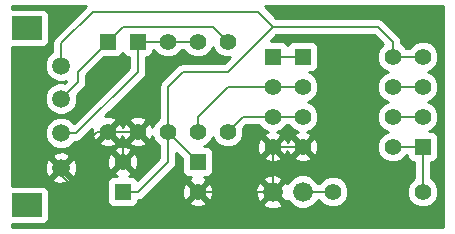
<source format=gbl>
G04 (created by PCBNEW-RS274X (2012-apr-16-27)-stable) date Friday 28 March 2014 02:30:28 PM IST*
G01*
G70*
G90*
%MOIN*%
G04 Gerber Fmt 3.4, Leading zero omitted, Abs format*
%FSLAX34Y34*%
G04 APERTURE LIST*
%ADD10C,0.006000*%
%ADD11R,0.055000X0.055000*%
%ADD12C,0.055000*%
%ADD13C,0.066000*%
%ADD14C,0.059100*%
%ADD15R,0.098400X0.078700*%
%ADD16C,0.008000*%
%ADD17C,0.010000*%
G04 APERTURE END LIST*
G54D10*
G54D11*
X62500Y-38000D03*
G54D12*
X62500Y-39000D03*
X62500Y-40000D03*
X62500Y-41000D03*
G54D11*
X67500Y-41000D03*
G54D12*
X67500Y-40000D03*
X67500Y-39000D03*
X67500Y-38000D03*
G54D11*
X63500Y-38000D03*
G54D12*
X63500Y-39000D03*
X63500Y-40000D03*
X63500Y-41000D03*
X66500Y-41000D03*
X66500Y-40000D03*
X66500Y-39000D03*
X66500Y-38000D03*
G54D11*
X57500Y-42500D03*
G54D12*
X57500Y-41500D03*
G54D11*
X60000Y-41500D03*
G54D12*
X60000Y-42500D03*
G54D11*
X57000Y-37500D03*
G54D12*
X57000Y-40500D03*
G54D11*
X58000Y-37500D03*
G54D12*
X58000Y-40500D03*
G54D13*
X63500Y-42500D03*
X62500Y-42500D03*
G54D12*
X59000Y-40500D03*
X59000Y-37500D03*
X61000Y-37500D03*
X61000Y-40500D03*
X60000Y-37500D03*
X60000Y-40500D03*
X64500Y-42500D03*
X67500Y-42500D03*
G54D14*
X55450Y-39400D03*
X55450Y-40550D03*
X55450Y-41700D03*
X55450Y-38300D03*
G54D15*
X54300Y-42950D03*
X54300Y-37050D03*
G54D16*
X58000Y-40500D02*
X57000Y-40500D01*
X57000Y-40500D02*
X56650Y-40500D01*
X56650Y-40500D02*
X55450Y-41700D01*
X62500Y-42500D02*
X62500Y-41000D01*
X60000Y-42500D02*
X62500Y-42500D01*
X57500Y-41500D02*
X57500Y-41000D01*
X57500Y-41000D02*
X58000Y-40500D01*
X55450Y-41700D02*
X55450Y-41950D01*
X59000Y-43500D02*
X60000Y-42500D01*
X57000Y-43500D02*
X59000Y-43500D01*
X55450Y-41950D02*
X57000Y-43500D01*
X62500Y-41000D02*
X63500Y-41000D01*
X63500Y-42500D02*
X64500Y-42500D01*
X67500Y-39000D02*
X66500Y-39000D01*
X66500Y-40000D02*
X67500Y-40000D01*
X62500Y-38000D02*
X63500Y-38000D01*
X62500Y-40000D02*
X63500Y-40000D01*
X62500Y-40000D02*
X61500Y-40000D01*
X61500Y-40000D02*
X61000Y-40500D01*
X55950Y-40550D02*
X58000Y-38500D01*
X59000Y-37500D02*
X60000Y-37500D01*
X58000Y-37500D02*
X59000Y-37500D01*
X58000Y-38500D02*
X58000Y-37500D01*
X55450Y-40550D02*
X55950Y-40550D01*
X60500Y-37000D02*
X61000Y-37500D01*
X57000Y-37500D02*
X57500Y-37000D01*
X56000Y-38500D02*
X56000Y-38850D01*
X57000Y-37500D02*
X56000Y-38500D01*
X60500Y-37000D02*
X57500Y-37000D01*
X56000Y-38850D02*
X55450Y-39400D01*
X66500Y-37500D02*
X66000Y-37000D01*
X66000Y-37000D02*
X62500Y-37000D01*
X61000Y-38500D02*
X59500Y-38500D01*
X62000Y-36500D02*
X62500Y-37000D01*
X56500Y-36500D02*
X62000Y-36500D01*
X55450Y-37550D02*
X56500Y-36500D01*
X55450Y-38300D02*
X55450Y-37550D01*
X66500Y-38000D02*
X67500Y-38000D01*
X60000Y-41500D02*
X59000Y-40500D01*
X59000Y-39000D02*
X59000Y-40500D01*
X58000Y-42500D02*
X59000Y-41500D01*
X59000Y-41500D02*
X59000Y-40500D01*
X57500Y-42500D02*
X58000Y-42500D01*
X62500Y-37000D02*
X61000Y-38500D01*
X59500Y-38500D02*
X59000Y-39000D01*
X66500Y-38000D02*
X66500Y-37500D01*
X62500Y-39000D02*
X61000Y-39000D01*
X60000Y-40000D02*
X60000Y-40500D01*
X61000Y-39000D02*
X60000Y-40000D01*
X62500Y-39000D02*
X63500Y-39000D01*
X66500Y-41000D02*
X67500Y-41000D01*
X67500Y-42500D02*
X67500Y-41000D01*
G54D10*
G36*
X68175Y-43675D02*
X65025Y-43675D01*
X65025Y-42605D01*
X65025Y-42396D01*
X64945Y-42203D01*
X64798Y-42055D01*
X64605Y-41975D01*
X64396Y-41975D01*
X64203Y-42055D01*
X64055Y-42202D01*
X64051Y-42210D01*
X64019Y-42210D01*
X64019Y-41074D01*
X64008Y-40870D01*
X63952Y-40733D01*
X63861Y-40710D01*
X63571Y-41000D01*
X63861Y-41290D01*
X63952Y-41267D01*
X64019Y-41074D01*
X64019Y-42210D01*
X64007Y-42210D01*
X63992Y-42172D01*
X63829Y-42009D01*
X63790Y-41992D01*
X63790Y-41361D01*
X63500Y-41071D01*
X63429Y-41142D01*
X63429Y-41000D01*
X63139Y-40710D01*
X63048Y-40733D01*
X63003Y-40859D01*
X62952Y-40733D01*
X62861Y-40710D01*
X62571Y-41000D01*
X62861Y-41290D01*
X62952Y-41267D01*
X62996Y-41140D01*
X63048Y-41267D01*
X63139Y-41290D01*
X63429Y-41000D01*
X63429Y-41142D01*
X63210Y-41361D01*
X63233Y-41452D01*
X63426Y-41519D01*
X63630Y-41508D01*
X63767Y-41452D01*
X63790Y-41361D01*
X63790Y-41992D01*
X63616Y-41920D01*
X63385Y-41920D01*
X63172Y-42008D01*
X63009Y-42171D01*
X62996Y-42202D01*
X62900Y-42171D01*
X62829Y-42242D01*
X62829Y-42100D01*
X62798Y-42004D01*
X62790Y-42001D01*
X62790Y-41361D01*
X62500Y-41071D01*
X62429Y-41142D01*
X62429Y-41000D01*
X62139Y-40710D01*
X62048Y-40733D01*
X61981Y-40926D01*
X61992Y-41130D01*
X62048Y-41267D01*
X62139Y-41290D01*
X62429Y-41000D01*
X62429Y-41142D01*
X62210Y-41361D01*
X62233Y-41452D01*
X62426Y-41519D01*
X62630Y-41508D01*
X62767Y-41452D01*
X62790Y-41361D01*
X62790Y-42001D01*
X62586Y-41927D01*
X62361Y-41938D01*
X62202Y-42004D01*
X62171Y-42100D01*
X62500Y-42429D01*
X62829Y-42100D01*
X62829Y-42242D01*
X62571Y-42500D01*
X62900Y-42829D01*
X62995Y-42798D01*
X62996Y-42798D01*
X63008Y-42828D01*
X63171Y-42991D01*
X63384Y-43080D01*
X63615Y-43080D01*
X63828Y-42992D01*
X63991Y-42829D01*
X64007Y-42790D01*
X64052Y-42790D01*
X64055Y-42797D01*
X64202Y-42945D01*
X64395Y-43025D01*
X64604Y-43025D01*
X64797Y-42945D01*
X64945Y-42798D01*
X65025Y-42605D01*
X65025Y-43675D01*
X62829Y-43675D01*
X62829Y-42900D01*
X62500Y-42571D01*
X62429Y-42642D01*
X62429Y-42500D01*
X62100Y-42171D01*
X62004Y-42202D01*
X61927Y-42414D01*
X61938Y-42639D01*
X62004Y-42798D01*
X62100Y-42829D01*
X62429Y-42500D01*
X62429Y-42642D01*
X62171Y-42900D01*
X62202Y-42996D01*
X62414Y-43073D01*
X62639Y-43062D01*
X62798Y-42996D01*
X62829Y-42900D01*
X62829Y-43675D01*
X60519Y-43675D01*
X60519Y-42574D01*
X60508Y-42370D01*
X60452Y-42233D01*
X60361Y-42210D01*
X60071Y-42500D01*
X60361Y-42790D01*
X60452Y-42767D01*
X60519Y-42574D01*
X60519Y-43675D01*
X60290Y-43675D01*
X60290Y-42861D01*
X60000Y-42571D01*
X59929Y-42642D01*
X59929Y-42500D01*
X59639Y-42210D01*
X59548Y-42233D01*
X59481Y-42426D01*
X59492Y-42630D01*
X59548Y-42767D01*
X59639Y-42790D01*
X59929Y-42500D01*
X59929Y-42642D01*
X59710Y-42861D01*
X59733Y-42952D01*
X59926Y-43019D01*
X60130Y-43008D01*
X60267Y-42952D01*
X60290Y-42861D01*
X60290Y-43675D01*
X55990Y-43675D01*
X55990Y-41778D01*
X55978Y-41566D01*
X55918Y-41421D01*
X55825Y-41396D01*
X55754Y-41467D01*
X55754Y-41325D01*
X55729Y-41232D01*
X55528Y-41160D01*
X55316Y-41172D01*
X55171Y-41232D01*
X55146Y-41325D01*
X55450Y-41629D01*
X55754Y-41325D01*
X55754Y-41467D01*
X55521Y-41700D01*
X55825Y-42004D01*
X55918Y-41979D01*
X55990Y-41778D01*
X55990Y-43675D01*
X55754Y-43675D01*
X55754Y-42075D01*
X55450Y-41771D01*
X55379Y-41842D01*
X55379Y-41700D01*
X55075Y-41396D01*
X54982Y-41421D01*
X54910Y-41622D01*
X54922Y-41834D01*
X54982Y-41979D01*
X55075Y-42004D01*
X55379Y-41700D01*
X55379Y-41842D01*
X55146Y-42075D01*
X55171Y-42168D01*
X55372Y-42240D01*
X55584Y-42228D01*
X55729Y-42168D01*
X55754Y-42075D01*
X55754Y-43675D01*
X53825Y-43675D01*
X53825Y-43592D01*
X53857Y-43592D01*
X54841Y-43592D01*
X54933Y-43554D01*
X55003Y-43484D01*
X55041Y-43393D01*
X55041Y-43294D01*
X55041Y-42508D01*
X55003Y-42416D01*
X54933Y-42346D01*
X54842Y-42308D01*
X54743Y-42308D01*
X53825Y-42308D01*
X53825Y-37692D01*
X53857Y-37692D01*
X54841Y-37692D01*
X54933Y-37654D01*
X55003Y-37584D01*
X55041Y-37493D01*
X55041Y-37394D01*
X55041Y-36608D01*
X55003Y-36516D01*
X54933Y-36446D01*
X54842Y-36408D01*
X54743Y-36408D01*
X53825Y-36408D01*
X53825Y-36325D01*
X56265Y-36325D01*
X55245Y-37345D01*
X55182Y-37439D01*
X55160Y-37550D01*
X55160Y-37831D01*
X55142Y-37839D01*
X54989Y-37992D01*
X54906Y-38192D01*
X54906Y-38408D01*
X54989Y-38608D01*
X55142Y-38761D01*
X55342Y-38844D01*
X55558Y-38844D01*
X55622Y-38817D01*
X55576Y-38863D01*
X55558Y-38856D01*
X55342Y-38856D01*
X55142Y-38939D01*
X54989Y-39092D01*
X54906Y-39292D01*
X54906Y-39508D01*
X54989Y-39708D01*
X55142Y-39861D01*
X55342Y-39944D01*
X55558Y-39944D01*
X55758Y-39861D01*
X55911Y-39708D01*
X55994Y-39508D01*
X55994Y-39292D01*
X55986Y-39273D01*
X56204Y-39056D01*
X56204Y-39055D01*
X56205Y-39055D01*
X56267Y-38962D01*
X56268Y-38961D01*
X56289Y-38851D01*
X56290Y-38850D01*
X56290Y-38620D01*
X56886Y-38024D01*
X57324Y-38024D01*
X57416Y-37986D01*
X57486Y-37916D01*
X57500Y-37882D01*
X57514Y-37916D01*
X57584Y-37986D01*
X57675Y-38024D01*
X57710Y-38024D01*
X57710Y-38380D01*
X55879Y-40210D01*
X55758Y-40089D01*
X55558Y-40006D01*
X55342Y-40006D01*
X55142Y-40089D01*
X54989Y-40242D01*
X54906Y-40442D01*
X54906Y-40658D01*
X54989Y-40858D01*
X55142Y-41011D01*
X55342Y-41094D01*
X55558Y-41094D01*
X55758Y-41011D01*
X55911Y-40858D01*
X55918Y-40840D01*
X55950Y-40840D01*
X56061Y-40818D01*
X56155Y-40755D01*
X56481Y-40428D01*
X56492Y-40630D01*
X56548Y-40767D01*
X56639Y-40790D01*
X56894Y-40535D01*
X56929Y-40500D01*
X57000Y-40429D01*
X57035Y-40394D01*
X57290Y-40139D01*
X57267Y-40048D01*
X57074Y-39981D01*
X56920Y-39989D01*
X58205Y-38705D01*
X58268Y-38611D01*
X58290Y-38500D01*
X58290Y-38024D01*
X58324Y-38024D01*
X58416Y-37986D01*
X58486Y-37916D01*
X58524Y-37825D01*
X58524Y-37790D01*
X58552Y-37790D01*
X58555Y-37797D01*
X58702Y-37945D01*
X58895Y-38025D01*
X59104Y-38025D01*
X59297Y-37945D01*
X59445Y-37798D01*
X59448Y-37790D01*
X59552Y-37790D01*
X59555Y-37797D01*
X59702Y-37945D01*
X59895Y-38025D01*
X60104Y-38025D01*
X60297Y-37945D01*
X60445Y-37798D01*
X60500Y-37664D01*
X60555Y-37797D01*
X60702Y-37945D01*
X60895Y-38025D01*
X61065Y-38025D01*
X60880Y-38210D01*
X59500Y-38210D01*
X59389Y-38232D01*
X59295Y-38295D01*
X58795Y-38795D01*
X58732Y-38889D01*
X58710Y-39000D01*
X58710Y-40052D01*
X58703Y-40055D01*
X58555Y-40202D01*
X58496Y-40342D01*
X58452Y-40233D01*
X58361Y-40210D01*
X58290Y-40281D01*
X58290Y-40139D01*
X58267Y-40048D01*
X58074Y-39981D01*
X57870Y-39992D01*
X57733Y-40048D01*
X57710Y-40139D01*
X58000Y-40429D01*
X58290Y-40139D01*
X58290Y-40281D01*
X58071Y-40500D01*
X58361Y-40790D01*
X58452Y-40767D01*
X58493Y-40648D01*
X58555Y-40797D01*
X58702Y-40945D01*
X58710Y-40948D01*
X58710Y-41380D01*
X58290Y-41799D01*
X58290Y-40861D01*
X58000Y-40571D01*
X57929Y-40642D01*
X57929Y-40500D01*
X57639Y-40210D01*
X57548Y-40233D01*
X57503Y-40359D01*
X57452Y-40233D01*
X57361Y-40210D01*
X57071Y-40500D01*
X57361Y-40790D01*
X57452Y-40767D01*
X57496Y-40640D01*
X57548Y-40767D01*
X57639Y-40790D01*
X57929Y-40500D01*
X57929Y-40642D01*
X57710Y-40861D01*
X57733Y-40952D01*
X57926Y-41019D01*
X58130Y-41008D01*
X58267Y-40952D01*
X58290Y-40861D01*
X58290Y-41799D01*
X58019Y-42070D01*
X58019Y-41574D01*
X58008Y-41370D01*
X57952Y-41233D01*
X57861Y-41210D01*
X57790Y-41281D01*
X57790Y-41139D01*
X57767Y-41048D01*
X57574Y-40981D01*
X57370Y-40992D01*
X57290Y-41024D01*
X57290Y-40861D01*
X57000Y-40571D01*
X56710Y-40861D01*
X56733Y-40952D01*
X56926Y-41019D01*
X57130Y-41008D01*
X57267Y-40952D01*
X57290Y-40861D01*
X57290Y-41024D01*
X57233Y-41048D01*
X57210Y-41139D01*
X57500Y-41429D01*
X57790Y-41139D01*
X57790Y-41281D01*
X57571Y-41500D01*
X57861Y-41790D01*
X57952Y-41767D01*
X58019Y-41574D01*
X58019Y-42070D01*
X57991Y-42098D01*
X57986Y-42084D01*
X57916Y-42014D01*
X57825Y-41976D01*
X57726Y-41976D01*
X57708Y-41976D01*
X57767Y-41952D01*
X57790Y-41861D01*
X57500Y-41571D01*
X57429Y-41642D01*
X57429Y-41500D01*
X57139Y-41210D01*
X57048Y-41233D01*
X56981Y-41426D01*
X56992Y-41630D01*
X57048Y-41767D01*
X57139Y-41790D01*
X57429Y-41500D01*
X57429Y-41642D01*
X57210Y-41861D01*
X57233Y-41952D01*
X57302Y-41976D01*
X57176Y-41976D01*
X57084Y-42014D01*
X57014Y-42084D01*
X56976Y-42175D01*
X56976Y-42274D01*
X56976Y-42824D01*
X57014Y-42916D01*
X57084Y-42986D01*
X57175Y-43024D01*
X57274Y-43024D01*
X57824Y-43024D01*
X57916Y-42986D01*
X57986Y-42916D01*
X58024Y-42825D01*
X58024Y-42785D01*
X58111Y-42768D01*
X58205Y-42705D01*
X59205Y-41705D01*
X59268Y-41611D01*
X59290Y-41500D01*
X59290Y-41200D01*
X59476Y-41386D01*
X59476Y-41824D01*
X59514Y-41916D01*
X59584Y-41986D01*
X59675Y-42024D01*
X59774Y-42024D01*
X59791Y-42024D01*
X59733Y-42048D01*
X59710Y-42139D01*
X60000Y-42429D01*
X60290Y-42139D01*
X60267Y-42048D01*
X60197Y-42024D01*
X60324Y-42024D01*
X60416Y-41986D01*
X60486Y-41916D01*
X60524Y-41825D01*
X60524Y-41726D01*
X60524Y-41176D01*
X60486Y-41084D01*
X60416Y-41014D01*
X60325Y-40976D01*
X60226Y-40976D01*
X60222Y-40976D01*
X60297Y-40945D01*
X60445Y-40798D01*
X60500Y-40664D01*
X60555Y-40797D01*
X60702Y-40945D01*
X60895Y-41025D01*
X61104Y-41025D01*
X61297Y-40945D01*
X61445Y-40798D01*
X61525Y-40605D01*
X61525Y-40396D01*
X61521Y-40388D01*
X61620Y-40290D01*
X62052Y-40290D01*
X62055Y-40297D01*
X62202Y-40445D01*
X62342Y-40503D01*
X62233Y-40548D01*
X62210Y-40639D01*
X62500Y-40929D01*
X62790Y-40639D01*
X62767Y-40548D01*
X62648Y-40506D01*
X62797Y-40445D01*
X62945Y-40298D01*
X62948Y-40290D01*
X63052Y-40290D01*
X63055Y-40297D01*
X63202Y-40445D01*
X63342Y-40503D01*
X63233Y-40548D01*
X63210Y-40639D01*
X63500Y-40929D01*
X63790Y-40639D01*
X63767Y-40548D01*
X63648Y-40506D01*
X63797Y-40445D01*
X63945Y-40298D01*
X64025Y-40105D01*
X64025Y-39896D01*
X63945Y-39703D01*
X63798Y-39555D01*
X63664Y-39499D01*
X63797Y-39445D01*
X63945Y-39298D01*
X64025Y-39105D01*
X64025Y-38896D01*
X63945Y-38703D01*
X63798Y-38555D01*
X63723Y-38524D01*
X63824Y-38524D01*
X63916Y-38486D01*
X63986Y-38416D01*
X64024Y-38325D01*
X64024Y-38226D01*
X64024Y-37676D01*
X63986Y-37584D01*
X63916Y-37514D01*
X63825Y-37476D01*
X63726Y-37476D01*
X63176Y-37476D01*
X63084Y-37514D01*
X63014Y-37584D01*
X62999Y-37617D01*
X62986Y-37584D01*
X62916Y-37514D01*
X62825Y-37476D01*
X62726Y-37476D01*
X62434Y-37476D01*
X62620Y-37290D01*
X65880Y-37290D01*
X66173Y-37583D01*
X66055Y-37702D01*
X65975Y-37895D01*
X65975Y-38104D01*
X66055Y-38297D01*
X66202Y-38445D01*
X66335Y-38500D01*
X66203Y-38555D01*
X66055Y-38702D01*
X65975Y-38895D01*
X65975Y-39104D01*
X66055Y-39297D01*
X66202Y-39445D01*
X66335Y-39500D01*
X66203Y-39555D01*
X66055Y-39702D01*
X65975Y-39895D01*
X65975Y-40104D01*
X66055Y-40297D01*
X66202Y-40445D01*
X66335Y-40500D01*
X66203Y-40555D01*
X66055Y-40702D01*
X65975Y-40895D01*
X65975Y-41104D01*
X66055Y-41297D01*
X66202Y-41445D01*
X66395Y-41525D01*
X66604Y-41525D01*
X66797Y-41445D01*
X66945Y-41298D01*
X66948Y-41290D01*
X66976Y-41290D01*
X66976Y-41324D01*
X67014Y-41416D01*
X67084Y-41486D01*
X67175Y-41524D01*
X67210Y-41524D01*
X67210Y-42052D01*
X67203Y-42055D01*
X67055Y-42202D01*
X66975Y-42395D01*
X66975Y-42604D01*
X67055Y-42797D01*
X67202Y-42945D01*
X67395Y-43025D01*
X67604Y-43025D01*
X67797Y-42945D01*
X67945Y-42798D01*
X68025Y-42605D01*
X68025Y-42396D01*
X67945Y-42203D01*
X67798Y-42055D01*
X67790Y-42051D01*
X67790Y-41524D01*
X67824Y-41524D01*
X67916Y-41486D01*
X67986Y-41416D01*
X68024Y-41325D01*
X68024Y-41226D01*
X68024Y-40676D01*
X67986Y-40584D01*
X67916Y-40514D01*
X67825Y-40476D01*
X67726Y-40476D01*
X67722Y-40476D01*
X67797Y-40445D01*
X67945Y-40298D01*
X68025Y-40105D01*
X68025Y-39896D01*
X67945Y-39703D01*
X67798Y-39555D01*
X67664Y-39499D01*
X67797Y-39445D01*
X67945Y-39298D01*
X68025Y-39105D01*
X68025Y-38896D01*
X67945Y-38703D01*
X67798Y-38555D01*
X67664Y-38499D01*
X67797Y-38445D01*
X67945Y-38298D01*
X68025Y-38105D01*
X68025Y-37896D01*
X67945Y-37703D01*
X67798Y-37555D01*
X67605Y-37475D01*
X67396Y-37475D01*
X67203Y-37555D01*
X67055Y-37702D01*
X67051Y-37710D01*
X66947Y-37710D01*
X66945Y-37703D01*
X66798Y-37555D01*
X66790Y-37551D01*
X66790Y-37500D01*
X66768Y-37389D01*
X66705Y-37295D01*
X66205Y-36795D01*
X66111Y-36732D01*
X66000Y-36710D01*
X62620Y-36710D01*
X62235Y-36325D01*
X68175Y-36325D01*
X68175Y-43675D01*
X68175Y-43675D01*
G37*
G54D17*
X68175Y-43675D02*
X65025Y-43675D01*
X65025Y-42605D01*
X65025Y-42396D01*
X64945Y-42203D01*
X64798Y-42055D01*
X64605Y-41975D01*
X64396Y-41975D01*
X64203Y-42055D01*
X64055Y-42202D01*
X64051Y-42210D01*
X64019Y-42210D01*
X64019Y-41074D01*
X64008Y-40870D01*
X63952Y-40733D01*
X63861Y-40710D01*
X63571Y-41000D01*
X63861Y-41290D01*
X63952Y-41267D01*
X64019Y-41074D01*
X64019Y-42210D01*
X64007Y-42210D01*
X63992Y-42172D01*
X63829Y-42009D01*
X63790Y-41992D01*
X63790Y-41361D01*
X63500Y-41071D01*
X63429Y-41142D01*
X63429Y-41000D01*
X63139Y-40710D01*
X63048Y-40733D01*
X63003Y-40859D01*
X62952Y-40733D01*
X62861Y-40710D01*
X62571Y-41000D01*
X62861Y-41290D01*
X62952Y-41267D01*
X62996Y-41140D01*
X63048Y-41267D01*
X63139Y-41290D01*
X63429Y-41000D01*
X63429Y-41142D01*
X63210Y-41361D01*
X63233Y-41452D01*
X63426Y-41519D01*
X63630Y-41508D01*
X63767Y-41452D01*
X63790Y-41361D01*
X63790Y-41992D01*
X63616Y-41920D01*
X63385Y-41920D01*
X63172Y-42008D01*
X63009Y-42171D01*
X62996Y-42202D01*
X62900Y-42171D01*
X62829Y-42242D01*
X62829Y-42100D01*
X62798Y-42004D01*
X62790Y-42001D01*
X62790Y-41361D01*
X62500Y-41071D01*
X62429Y-41142D01*
X62429Y-41000D01*
X62139Y-40710D01*
X62048Y-40733D01*
X61981Y-40926D01*
X61992Y-41130D01*
X62048Y-41267D01*
X62139Y-41290D01*
X62429Y-41000D01*
X62429Y-41142D01*
X62210Y-41361D01*
X62233Y-41452D01*
X62426Y-41519D01*
X62630Y-41508D01*
X62767Y-41452D01*
X62790Y-41361D01*
X62790Y-42001D01*
X62586Y-41927D01*
X62361Y-41938D01*
X62202Y-42004D01*
X62171Y-42100D01*
X62500Y-42429D01*
X62829Y-42100D01*
X62829Y-42242D01*
X62571Y-42500D01*
X62900Y-42829D01*
X62995Y-42798D01*
X62996Y-42798D01*
X63008Y-42828D01*
X63171Y-42991D01*
X63384Y-43080D01*
X63615Y-43080D01*
X63828Y-42992D01*
X63991Y-42829D01*
X64007Y-42790D01*
X64052Y-42790D01*
X64055Y-42797D01*
X64202Y-42945D01*
X64395Y-43025D01*
X64604Y-43025D01*
X64797Y-42945D01*
X64945Y-42798D01*
X65025Y-42605D01*
X65025Y-43675D01*
X62829Y-43675D01*
X62829Y-42900D01*
X62500Y-42571D01*
X62429Y-42642D01*
X62429Y-42500D01*
X62100Y-42171D01*
X62004Y-42202D01*
X61927Y-42414D01*
X61938Y-42639D01*
X62004Y-42798D01*
X62100Y-42829D01*
X62429Y-42500D01*
X62429Y-42642D01*
X62171Y-42900D01*
X62202Y-42996D01*
X62414Y-43073D01*
X62639Y-43062D01*
X62798Y-42996D01*
X62829Y-42900D01*
X62829Y-43675D01*
X60519Y-43675D01*
X60519Y-42574D01*
X60508Y-42370D01*
X60452Y-42233D01*
X60361Y-42210D01*
X60071Y-42500D01*
X60361Y-42790D01*
X60452Y-42767D01*
X60519Y-42574D01*
X60519Y-43675D01*
X60290Y-43675D01*
X60290Y-42861D01*
X60000Y-42571D01*
X59929Y-42642D01*
X59929Y-42500D01*
X59639Y-42210D01*
X59548Y-42233D01*
X59481Y-42426D01*
X59492Y-42630D01*
X59548Y-42767D01*
X59639Y-42790D01*
X59929Y-42500D01*
X59929Y-42642D01*
X59710Y-42861D01*
X59733Y-42952D01*
X59926Y-43019D01*
X60130Y-43008D01*
X60267Y-42952D01*
X60290Y-42861D01*
X60290Y-43675D01*
X55990Y-43675D01*
X55990Y-41778D01*
X55978Y-41566D01*
X55918Y-41421D01*
X55825Y-41396D01*
X55754Y-41467D01*
X55754Y-41325D01*
X55729Y-41232D01*
X55528Y-41160D01*
X55316Y-41172D01*
X55171Y-41232D01*
X55146Y-41325D01*
X55450Y-41629D01*
X55754Y-41325D01*
X55754Y-41467D01*
X55521Y-41700D01*
X55825Y-42004D01*
X55918Y-41979D01*
X55990Y-41778D01*
X55990Y-43675D01*
X55754Y-43675D01*
X55754Y-42075D01*
X55450Y-41771D01*
X55379Y-41842D01*
X55379Y-41700D01*
X55075Y-41396D01*
X54982Y-41421D01*
X54910Y-41622D01*
X54922Y-41834D01*
X54982Y-41979D01*
X55075Y-42004D01*
X55379Y-41700D01*
X55379Y-41842D01*
X55146Y-42075D01*
X55171Y-42168D01*
X55372Y-42240D01*
X55584Y-42228D01*
X55729Y-42168D01*
X55754Y-42075D01*
X55754Y-43675D01*
X53825Y-43675D01*
X53825Y-43592D01*
X53857Y-43592D01*
X54841Y-43592D01*
X54933Y-43554D01*
X55003Y-43484D01*
X55041Y-43393D01*
X55041Y-43294D01*
X55041Y-42508D01*
X55003Y-42416D01*
X54933Y-42346D01*
X54842Y-42308D01*
X54743Y-42308D01*
X53825Y-42308D01*
X53825Y-37692D01*
X53857Y-37692D01*
X54841Y-37692D01*
X54933Y-37654D01*
X55003Y-37584D01*
X55041Y-37493D01*
X55041Y-37394D01*
X55041Y-36608D01*
X55003Y-36516D01*
X54933Y-36446D01*
X54842Y-36408D01*
X54743Y-36408D01*
X53825Y-36408D01*
X53825Y-36325D01*
X56265Y-36325D01*
X55245Y-37345D01*
X55182Y-37439D01*
X55160Y-37550D01*
X55160Y-37831D01*
X55142Y-37839D01*
X54989Y-37992D01*
X54906Y-38192D01*
X54906Y-38408D01*
X54989Y-38608D01*
X55142Y-38761D01*
X55342Y-38844D01*
X55558Y-38844D01*
X55622Y-38817D01*
X55576Y-38863D01*
X55558Y-38856D01*
X55342Y-38856D01*
X55142Y-38939D01*
X54989Y-39092D01*
X54906Y-39292D01*
X54906Y-39508D01*
X54989Y-39708D01*
X55142Y-39861D01*
X55342Y-39944D01*
X55558Y-39944D01*
X55758Y-39861D01*
X55911Y-39708D01*
X55994Y-39508D01*
X55994Y-39292D01*
X55986Y-39273D01*
X56204Y-39056D01*
X56204Y-39055D01*
X56205Y-39055D01*
X56267Y-38962D01*
X56268Y-38961D01*
X56289Y-38851D01*
X56290Y-38850D01*
X56290Y-38620D01*
X56886Y-38024D01*
X57324Y-38024D01*
X57416Y-37986D01*
X57486Y-37916D01*
X57500Y-37882D01*
X57514Y-37916D01*
X57584Y-37986D01*
X57675Y-38024D01*
X57710Y-38024D01*
X57710Y-38380D01*
X55879Y-40210D01*
X55758Y-40089D01*
X55558Y-40006D01*
X55342Y-40006D01*
X55142Y-40089D01*
X54989Y-40242D01*
X54906Y-40442D01*
X54906Y-40658D01*
X54989Y-40858D01*
X55142Y-41011D01*
X55342Y-41094D01*
X55558Y-41094D01*
X55758Y-41011D01*
X55911Y-40858D01*
X55918Y-40840D01*
X55950Y-40840D01*
X56061Y-40818D01*
X56155Y-40755D01*
X56481Y-40428D01*
X56492Y-40630D01*
X56548Y-40767D01*
X56639Y-40790D01*
X56894Y-40535D01*
X56929Y-40500D01*
X57000Y-40429D01*
X57035Y-40394D01*
X57290Y-40139D01*
X57267Y-40048D01*
X57074Y-39981D01*
X56920Y-39989D01*
X58205Y-38705D01*
X58268Y-38611D01*
X58290Y-38500D01*
X58290Y-38024D01*
X58324Y-38024D01*
X58416Y-37986D01*
X58486Y-37916D01*
X58524Y-37825D01*
X58524Y-37790D01*
X58552Y-37790D01*
X58555Y-37797D01*
X58702Y-37945D01*
X58895Y-38025D01*
X59104Y-38025D01*
X59297Y-37945D01*
X59445Y-37798D01*
X59448Y-37790D01*
X59552Y-37790D01*
X59555Y-37797D01*
X59702Y-37945D01*
X59895Y-38025D01*
X60104Y-38025D01*
X60297Y-37945D01*
X60445Y-37798D01*
X60500Y-37664D01*
X60555Y-37797D01*
X60702Y-37945D01*
X60895Y-38025D01*
X61065Y-38025D01*
X60880Y-38210D01*
X59500Y-38210D01*
X59389Y-38232D01*
X59295Y-38295D01*
X58795Y-38795D01*
X58732Y-38889D01*
X58710Y-39000D01*
X58710Y-40052D01*
X58703Y-40055D01*
X58555Y-40202D01*
X58496Y-40342D01*
X58452Y-40233D01*
X58361Y-40210D01*
X58290Y-40281D01*
X58290Y-40139D01*
X58267Y-40048D01*
X58074Y-39981D01*
X57870Y-39992D01*
X57733Y-40048D01*
X57710Y-40139D01*
X58000Y-40429D01*
X58290Y-40139D01*
X58290Y-40281D01*
X58071Y-40500D01*
X58361Y-40790D01*
X58452Y-40767D01*
X58493Y-40648D01*
X58555Y-40797D01*
X58702Y-40945D01*
X58710Y-40948D01*
X58710Y-41380D01*
X58290Y-41799D01*
X58290Y-40861D01*
X58000Y-40571D01*
X57929Y-40642D01*
X57929Y-40500D01*
X57639Y-40210D01*
X57548Y-40233D01*
X57503Y-40359D01*
X57452Y-40233D01*
X57361Y-40210D01*
X57071Y-40500D01*
X57361Y-40790D01*
X57452Y-40767D01*
X57496Y-40640D01*
X57548Y-40767D01*
X57639Y-40790D01*
X57929Y-40500D01*
X57929Y-40642D01*
X57710Y-40861D01*
X57733Y-40952D01*
X57926Y-41019D01*
X58130Y-41008D01*
X58267Y-40952D01*
X58290Y-40861D01*
X58290Y-41799D01*
X58019Y-42070D01*
X58019Y-41574D01*
X58008Y-41370D01*
X57952Y-41233D01*
X57861Y-41210D01*
X57790Y-41281D01*
X57790Y-41139D01*
X57767Y-41048D01*
X57574Y-40981D01*
X57370Y-40992D01*
X57290Y-41024D01*
X57290Y-40861D01*
X57000Y-40571D01*
X56710Y-40861D01*
X56733Y-40952D01*
X56926Y-41019D01*
X57130Y-41008D01*
X57267Y-40952D01*
X57290Y-40861D01*
X57290Y-41024D01*
X57233Y-41048D01*
X57210Y-41139D01*
X57500Y-41429D01*
X57790Y-41139D01*
X57790Y-41281D01*
X57571Y-41500D01*
X57861Y-41790D01*
X57952Y-41767D01*
X58019Y-41574D01*
X58019Y-42070D01*
X57991Y-42098D01*
X57986Y-42084D01*
X57916Y-42014D01*
X57825Y-41976D01*
X57726Y-41976D01*
X57708Y-41976D01*
X57767Y-41952D01*
X57790Y-41861D01*
X57500Y-41571D01*
X57429Y-41642D01*
X57429Y-41500D01*
X57139Y-41210D01*
X57048Y-41233D01*
X56981Y-41426D01*
X56992Y-41630D01*
X57048Y-41767D01*
X57139Y-41790D01*
X57429Y-41500D01*
X57429Y-41642D01*
X57210Y-41861D01*
X57233Y-41952D01*
X57302Y-41976D01*
X57176Y-41976D01*
X57084Y-42014D01*
X57014Y-42084D01*
X56976Y-42175D01*
X56976Y-42274D01*
X56976Y-42824D01*
X57014Y-42916D01*
X57084Y-42986D01*
X57175Y-43024D01*
X57274Y-43024D01*
X57824Y-43024D01*
X57916Y-42986D01*
X57986Y-42916D01*
X58024Y-42825D01*
X58024Y-42785D01*
X58111Y-42768D01*
X58205Y-42705D01*
X59205Y-41705D01*
X59268Y-41611D01*
X59290Y-41500D01*
X59290Y-41200D01*
X59476Y-41386D01*
X59476Y-41824D01*
X59514Y-41916D01*
X59584Y-41986D01*
X59675Y-42024D01*
X59774Y-42024D01*
X59791Y-42024D01*
X59733Y-42048D01*
X59710Y-42139D01*
X60000Y-42429D01*
X60290Y-42139D01*
X60267Y-42048D01*
X60197Y-42024D01*
X60324Y-42024D01*
X60416Y-41986D01*
X60486Y-41916D01*
X60524Y-41825D01*
X60524Y-41726D01*
X60524Y-41176D01*
X60486Y-41084D01*
X60416Y-41014D01*
X60325Y-40976D01*
X60226Y-40976D01*
X60222Y-40976D01*
X60297Y-40945D01*
X60445Y-40798D01*
X60500Y-40664D01*
X60555Y-40797D01*
X60702Y-40945D01*
X60895Y-41025D01*
X61104Y-41025D01*
X61297Y-40945D01*
X61445Y-40798D01*
X61525Y-40605D01*
X61525Y-40396D01*
X61521Y-40388D01*
X61620Y-40290D01*
X62052Y-40290D01*
X62055Y-40297D01*
X62202Y-40445D01*
X62342Y-40503D01*
X62233Y-40548D01*
X62210Y-40639D01*
X62500Y-40929D01*
X62790Y-40639D01*
X62767Y-40548D01*
X62648Y-40506D01*
X62797Y-40445D01*
X62945Y-40298D01*
X62948Y-40290D01*
X63052Y-40290D01*
X63055Y-40297D01*
X63202Y-40445D01*
X63342Y-40503D01*
X63233Y-40548D01*
X63210Y-40639D01*
X63500Y-40929D01*
X63790Y-40639D01*
X63767Y-40548D01*
X63648Y-40506D01*
X63797Y-40445D01*
X63945Y-40298D01*
X64025Y-40105D01*
X64025Y-39896D01*
X63945Y-39703D01*
X63798Y-39555D01*
X63664Y-39499D01*
X63797Y-39445D01*
X63945Y-39298D01*
X64025Y-39105D01*
X64025Y-38896D01*
X63945Y-38703D01*
X63798Y-38555D01*
X63723Y-38524D01*
X63824Y-38524D01*
X63916Y-38486D01*
X63986Y-38416D01*
X64024Y-38325D01*
X64024Y-38226D01*
X64024Y-37676D01*
X63986Y-37584D01*
X63916Y-37514D01*
X63825Y-37476D01*
X63726Y-37476D01*
X63176Y-37476D01*
X63084Y-37514D01*
X63014Y-37584D01*
X62999Y-37617D01*
X62986Y-37584D01*
X62916Y-37514D01*
X62825Y-37476D01*
X62726Y-37476D01*
X62434Y-37476D01*
X62620Y-37290D01*
X65880Y-37290D01*
X66173Y-37583D01*
X66055Y-37702D01*
X65975Y-37895D01*
X65975Y-38104D01*
X66055Y-38297D01*
X66202Y-38445D01*
X66335Y-38500D01*
X66203Y-38555D01*
X66055Y-38702D01*
X65975Y-38895D01*
X65975Y-39104D01*
X66055Y-39297D01*
X66202Y-39445D01*
X66335Y-39500D01*
X66203Y-39555D01*
X66055Y-39702D01*
X65975Y-39895D01*
X65975Y-40104D01*
X66055Y-40297D01*
X66202Y-40445D01*
X66335Y-40500D01*
X66203Y-40555D01*
X66055Y-40702D01*
X65975Y-40895D01*
X65975Y-41104D01*
X66055Y-41297D01*
X66202Y-41445D01*
X66395Y-41525D01*
X66604Y-41525D01*
X66797Y-41445D01*
X66945Y-41298D01*
X66948Y-41290D01*
X66976Y-41290D01*
X66976Y-41324D01*
X67014Y-41416D01*
X67084Y-41486D01*
X67175Y-41524D01*
X67210Y-41524D01*
X67210Y-42052D01*
X67203Y-42055D01*
X67055Y-42202D01*
X66975Y-42395D01*
X66975Y-42604D01*
X67055Y-42797D01*
X67202Y-42945D01*
X67395Y-43025D01*
X67604Y-43025D01*
X67797Y-42945D01*
X67945Y-42798D01*
X68025Y-42605D01*
X68025Y-42396D01*
X67945Y-42203D01*
X67798Y-42055D01*
X67790Y-42051D01*
X67790Y-41524D01*
X67824Y-41524D01*
X67916Y-41486D01*
X67986Y-41416D01*
X68024Y-41325D01*
X68024Y-41226D01*
X68024Y-40676D01*
X67986Y-40584D01*
X67916Y-40514D01*
X67825Y-40476D01*
X67726Y-40476D01*
X67722Y-40476D01*
X67797Y-40445D01*
X67945Y-40298D01*
X68025Y-40105D01*
X68025Y-39896D01*
X67945Y-39703D01*
X67798Y-39555D01*
X67664Y-39499D01*
X67797Y-39445D01*
X67945Y-39298D01*
X68025Y-39105D01*
X68025Y-38896D01*
X67945Y-38703D01*
X67798Y-38555D01*
X67664Y-38499D01*
X67797Y-38445D01*
X67945Y-38298D01*
X68025Y-38105D01*
X68025Y-37896D01*
X67945Y-37703D01*
X67798Y-37555D01*
X67605Y-37475D01*
X67396Y-37475D01*
X67203Y-37555D01*
X67055Y-37702D01*
X67051Y-37710D01*
X66947Y-37710D01*
X66945Y-37703D01*
X66798Y-37555D01*
X66790Y-37551D01*
X66790Y-37500D01*
X66768Y-37389D01*
X66705Y-37295D01*
X66205Y-36795D01*
X66111Y-36732D01*
X66000Y-36710D01*
X62620Y-36710D01*
X62235Y-36325D01*
X68175Y-36325D01*
X68175Y-43675D01*
M02*

</source>
